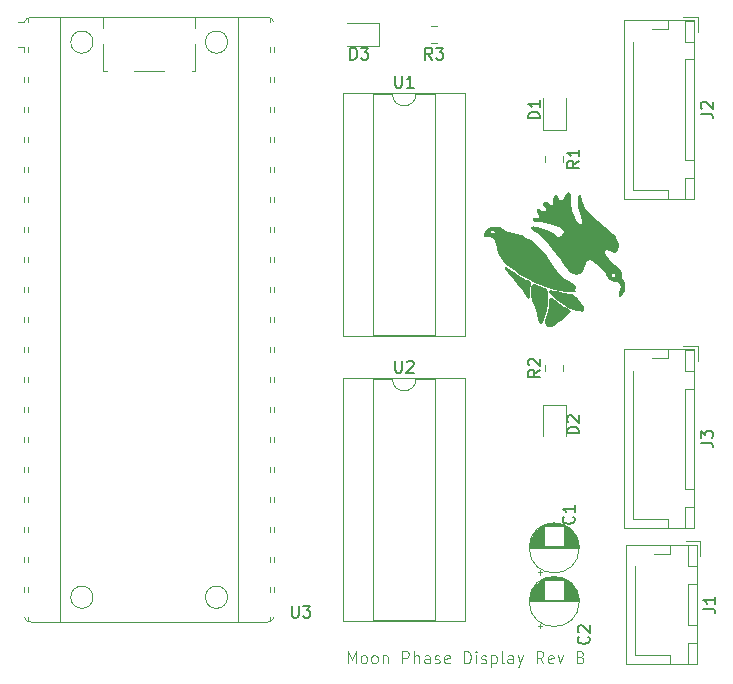
<source format=gbr>
%TF.GenerationSoftware,KiCad,Pcbnew,8.0.4*%
%TF.CreationDate,2024-08-20T16:06:33-07:00*%
%TF.ProjectId,MoonPhase,4d6f6f6e-5068-4617-9365-2e6b69636164,rev?*%
%TF.SameCoordinates,Original*%
%TF.FileFunction,Legend,Top*%
%TF.FilePolarity,Positive*%
%FSLAX46Y46*%
G04 Gerber Fmt 4.6, Leading zero omitted, Abs format (unit mm)*
G04 Created by KiCad (PCBNEW 8.0.4) date 2024-08-20 16:06:33*
%MOMM*%
%LPD*%
G01*
G04 APERTURE LIST*
%ADD10C,0.100000*%
%ADD11C,0.150000*%
%ADD12C,0.120000*%
%ADD13C,0.000000*%
G04 APERTURE END LIST*
D10*
X150163884Y-116712419D02*
X150163884Y-115712419D01*
X150163884Y-115712419D02*
X150497217Y-116426704D01*
X150497217Y-116426704D02*
X150830550Y-115712419D01*
X150830550Y-115712419D02*
X150830550Y-116712419D01*
X151449598Y-116712419D02*
X151354360Y-116664800D01*
X151354360Y-116664800D02*
X151306741Y-116617180D01*
X151306741Y-116617180D02*
X151259122Y-116521942D01*
X151259122Y-116521942D02*
X151259122Y-116236228D01*
X151259122Y-116236228D02*
X151306741Y-116140990D01*
X151306741Y-116140990D02*
X151354360Y-116093371D01*
X151354360Y-116093371D02*
X151449598Y-116045752D01*
X151449598Y-116045752D02*
X151592455Y-116045752D01*
X151592455Y-116045752D02*
X151687693Y-116093371D01*
X151687693Y-116093371D02*
X151735312Y-116140990D01*
X151735312Y-116140990D02*
X151782931Y-116236228D01*
X151782931Y-116236228D02*
X151782931Y-116521942D01*
X151782931Y-116521942D02*
X151735312Y-116617180D01*
X151735312Y-116617180D02*
X151687693Y-116664800D01*
X151687693Y-116664800D02*
X151592455Y-116712419D01*
X151592455Y-116712419D02*
X151449598Y-116712419D01*
X152354360Y-116712419D02*
X152259122Y-116664800D01*
X152259122Y-116664800D02*
X152211503Y-116617180D01*
X152211503Y-116617180D02*
X152163884Y-116521942D01*
X152163884Y-116521942D02*
X152163884Y-116236228D01*
X152163884Y-116236228D02*
X152211503Y-116140990D01*
X152211503Y-116140990D02*
X152259122Y-116093371D01*
X152259122Y-116093371D02*
X152354360Y-116045752D01*
X152354360Y-116045752D02*
X152497217Y-116045752D01*
X152497217Y-116045752D02*
X152592455Y-116093371D01*
X152592455Y-116093371D02*
X152640074Y-116140990D01*
X152640074Y-116140990D02*
X152687693Y-116236228D01*
X152687693Y-116236228D02*
X152687693Y-116521942D01*
X152687693Y-116521942D02*
X152640074Y-116617180D01*
X152640074Y-116617180D02*
X152592455Y-116664800D01*
X152592455Y-116664800D02*
X152497217Y-116712419D01*
X152497217Y-116712419D02*
X152354360Y-116712419D01*
X153116265Y-116045752D02*
X153116265Y-116712419D01*
X153116265Y-116140990D02*
X153163884Y-116093371D01*
X153163884Y-116093371D02*
X153259122Y-116045752D01*
X153259122Y-116045752D02*
X153401979Y-116045752D01*
X153401979Y-116045752D02*
X153497217Y-116093371D01*
X153497217Y-116093371D02*
X153544836Y-116188609D01*
X153544836Y-116188609D02*
X153544836Y-116712419D01*
X154782932Y-116712419D02*
X154782932Y-115712419D01*
X154782932Y-115712419D02*
X155163884Y-115712419D01*
X155163884Y-115712419D02*
X155259122Y-115760038D01*
X155259122Y-115760038D02*
X155306741Y-115807657D01*
X155306741Y-115807657D02*
X155354360Y-115902895D01*
X155354360Y-115902895D02*
X155354360Y-116045752D01*
X155354360Y-116045752D02*
X155306741Y-116140990D01*
X155306741Y-116140990D02*
X155259122Y-116188609D01*
X155259122Y-116188609D02*
X155163884Y-116236228D01*
X155163884Y-116236228D02*
X154782932Y-116236228D01*
X155782932Y-116712419D02*
X155782932Y-115712419D01*
X156211503Y-116712419D02*
X156211503Y-116188609D01*
X156211503Y-116188609D02*
X156163884Y-116093371D01*
X156163884Y-116093371D02*
X156068646Y-116045752D01*
X156068646Y-116045752D02*
X155925789Y-116045752D01*
X155925789Y-116045752D02*
X155830551Y-116093371D01*
X155830551Y-116093371D02*
X155782932Y-116140990D01*
X157116265Y-116712419D02*
X157116265Y-116188609D01*
X157116265Y-116188609D02*
X157068646Y-116093371D01*
X157068646Y-116093371D02*
X156973408Y-116045752D01*
X156973408Y-116045752D02*
X156782932Y-116045752D01*
X156782932Y-116045752D02*
X156687694Y-116093371D01*
X157116265Y-116664800D02*
X157021027Y-116712419D01*
X157021027Y-116712419D02*
X156782932Y-116712419D01*
X156782932Y-116712419D02*
X156687694Y-116664800D01*
X156687694Y-116664800D02*
X156640075Y-116569561D01*
X156640075Y-116569561D02*
X156640075Y-116474323D01*
X156640075Y-116474323D02*
X156687694Y-116379085D01*
X156687694Y-116379085D02*
X156782932Y-116331466D01*
X156782932Y-116331466D02*
X157021027Y-116331466D01*
X157021027Y-116331466D02*
X157116265Y-116283847D01*
X157544837Y-116664800D02*
X157640075Y-116712419D01*
X157640075Y-116712419D02*
X157830551Y-116712419D01*
X157830551Y-116712419D02*
X157925789Y-116664800D01*
X157925789Y-116664800D02*
X157973408Y-116569561D01*
X157973408Y-116569561D02*
X157973408Y-116521942D01*
X157973408Y-116521942D02*
X157925789Y-116426704D01*
X157925789Y-116426704D02*
X157830551Y-116379085D01*
X157830551Y-116379085D02*
X157687694Y-116379085D01*
X157687694Y-116379085D02*
X157592456Y-116331466D01*
X157592456Y-116331466D02*
X157544837Y-116236228D01*
X157544837Y-116236228D02*
X157544837Y-116188609D01*
X157544837Y-116188609D02*
X157592456Y-116093371D01*
X157592456Y-116093371D02*
X157687694Y-116045752D01*
X157687694Y-116045752D02*
X157830551Y-116045752D01*
X157830551Y-116045752D02*
X157925789Y-116093371D01*
X158782932Y-116664800D02*
X158687694Y-116712419D01*
X158687694Y-116712419D02*
X158497218Y-116712419D01*
X158497218Y-116712419D02*
X158401980Y-116664800D01*
X158401980Y-116664800D02*
X158354361Y-116569561D01*
X158354361Y-116569561D02*
X158354361Y-116188609D01*
X158354361Y-116188609D02*
X158401980Y-116093371D01*
X158401980Y-116093371D02*
X158497218Y-116045752D01*
X158497218Y-116045752D02*
X158687694Y-116045752D01*
X158687694Y-116045752D02*
X158782932Y-116093371D01*
X158782932Y-116093371D02*
X158830551Y-116188609D01*
X158830551Y-116188609D02*
X158830551Y-116283847D01*
X158830551Y-116283847D02*
X158354361Y-116379085D01*
X160021028Y-116712419D02*
X160021028Y-115712419D01*
X160021028Y-115712419D02*
X160259123Y-115712419D01*
X160259123Y-115712419D02*
X160401980Y-115760038D01*
X160401980Y-115760038D02*
X160497218Y-115855276D01*
X160497218Y-115855276D02*
X160544837Y-115950514D01*
X160544837Y-115950514D02*
X160592456Y-116140990D01*
X160592456Y-116140990D02*
X160592456Y-116283847D01*
X160592456Y-116283847D02*
X160544837Y-116474323D01*
X160544837Y-116474323D02*
X160497218Y-116569561D01*
X160497218Y-116569561D02*
X160401980Y-116664800D01*
X160401980Y-116664800D02*
X160259123Y-116712419D01*
X160259123Y-116712419D02*
X160021028Y-116712419D01*
X161021028Y-116712419D02*
X161021028Y-116045752D01*
X161021028Y-115712419D02*
X160973409Y-115760038D01*
X160973409Y-115760038D02*
X161021028Y-115807657D01*
X161021028Y-115807657D02*
X161068647Y-115760038D01*
X161068647Y-115760038D02*
X161021028Y-115712419D01*
X161021028Y-115712419D02*
X161021028Y-115807657D01*
X161449599Y-116664800D02*
X161544837Y-116712419D01*
X161544837Y-116712419D02*
X161735313Y-116712419D01*
X161735313Y-116712419D02*
X161830551Y-116664800D01*
X161830551Y-116664800D02*
X161878170Y-116569561D01*
X161878170Y-116569561D02*
X161878170Y-116521942D01*
X161878170Y-116521942D02*
X161830551Y-116426704D01*
X161830551Y-116426704D02*
X161735313Y-116379085D01*
X161735313Y-116379085D02*
X161592456Y-116379085D01*
X161592456Y-116379085D02*
X161497218Y-116331466D01*
X161497218Y-116331466D02*
X161449599Y-116236228D01*
X161449599Y-116236228D02*
X161449599Y-116188609D01*
X161449599Y-116188609D02*
X161497218Y-116093371D01*
X161497218Y-116093371D02*
X161592456Y-116045752D01*
X161592456Y-116045752D02*
X161735313Y-116045752D01*
X161735313Y-116045752D02*
X161830551Y-116093371D01*
X162306742Y-116045752D02*
X162306742Y-117045752D01*
X162306742Y-116093371D02*
X162401980Y-116045752D01*
X162401980Y-116045752D02*
X162592456Y-116045752D01*
X162592456Y-116045752D02*
X162687694Y-116093371D01*
X162687694Y-116093371D02*
X162735313Y-116140990D01*
X162735313Y-116140990D02*
X162782932Y-116236228D01*
X162782932Y-116236228D02*
X162782932Y-116521942D01*
X162782932Y-116521942D02*
X162735313Y-116617180D01*
X162735313Y-116617180D02*
X162687694Y-116664800D01*
X162687694Y-116664800D02*
X162592456Y-116712419D01*
X162592456Y-116712419D02*
X162401980Y-116712419D01*
X162401980Y-116712419D02*
X162306742Y-116664800D01*
X163354361Y-116712419D02*
X163259123Y-116664800D01*
X163259123Y-116664800D02*
X163211504Y-116569561D01*
X163211504Y-116569561D02*
X163211504Y-115712419D01*
X164163885Y-116712419D02*
X164163885Y-116188609D01*
X164163885Y-116188609D02*
X164116266Y-116093371D01*
X164116266Y-116093371D02*
X164021028Y-116045752D01*
X164021028Y-116045752D02*
X163830552Y-116045752D01*
X163830552Y-116045752D02*
X163735314Y-116093371D01*
X164163885Y-116664800D02*
X164068647Y-116712419D01*
X164068647Y-116712419D02*
X163830552Y-116712419D01*
X163830552Y-116712419D02*
X163735314Y-116664800D01*
X163735314Y-116664800D02*
X163687695Y-116569561D01*
X163687695Y-116569561D02*
X163687695Y-116474323D01*
X163687695Y-116474323D02*
X163735314Y-116379085D01*
X163735314Y-116379085D02*
X163830552Y-116331466D01*
X163830552Y-116331466D02*
X164068647Y-116331466D01*
X164068647Y-116331466D02*
X164163885Y-116283847D01*
X164544838Y-116045752D02*
X164782933Y-116712419D01*
X165021028Y-116045752D02*
X164782933Y-116712419D01*
X164782933Y-116712419D02*
X164687695Y-116950514D01*
X164687695Y-116950514D02*
X164640076Y-116998133D01*
X164640076Y-116998133D02*
X164544838Y-117045752D01*
X166735314Y-116712419D02*
X166401981Y-116236228D01*
X166163886Y-116712419D02*
X166163886Y-115712419D01*
X166163886Y-115712419D02*
X166544838Y-115712419D01*
X166544838Y-115712419D02*
X166640076Y-115760038D01*
X166640076Y-115760038D02*
X166687695Y-115807657D01*
X166687695Y-115807657D02*
X166735314Y-115902895D01*
X166735314Y-115902895D02*
X166735314Y-116045752D01*
X166735314Y-116045752D02*
X166687695Y-116140990D01*
X166687695Y-116140990D02*
X166640076Y-116188609D01*
X166640076Y-116188609D02*
X166544838Y-116236228D01*
X166544838Y-116236228D02*
X166163886Y-116236228D01*
X167544838Y-116664800D02*
X167449600Y-116712419D01*
X167449600Y-116712419D02*
X167259124Y-116712419D01*
X167259124Y-116712419D02*
X167163886Y-116664800D01*
X167163886Y-116664800D02*
X167116267Y-116569561D01*
X167116267Y-116569561D02*
X167116267Y-116188609D01*
X167116267Y-116188609D02*
X167163886Y-116093371D01*
X167163886Y-116093371D02*
X167259124Y-116045752D01*
X167259124Y-116045752D02*
X167449600Y-116045752D01*
X167449600Y-116045752D02*
X167544838Y-116093371D01*
X167544838Y-116093371D02*
X167592457Y-116188609D01*
X167592457Y-116188609D02*
X167592457Y-116283847D01*
X167592457Y-116283847D02*
X167116267Y-116379085D01*
X167925791Y-116045752D02*
X168163886Y-116712419D01*
X168163886Y-116712419D02*
X168401981Y-116045752D01*
X169878172Y-116188609D02*
X170021029Y-116236228D01*
X170021029Y-116236228D02*
X170068648Y-116283847D01*
X170068648Y-116283847D02*
X170116267Y-116379085D01*
X170116267Y-116379085D02*
X170116267Y-116521942D01*
X170116267Y-116521942D02*
X170068648Y-116617180D01*
X170068648Y-116617180D02*
X170021029Y-116664800D01*
X170021029Y-116664800D02*
X169925791Y-116712419D01*
X169925791Y-116712419D02*
X169544839Y-116712419D01*
X169544839Y-116712419D02*
X169544839Y-115712419D01*
X169544839Y-115712419D02*
X169878172Y-115712419D01*
X169878172Y-115712419D02*
X169973410Y-115760038D01*
X169973410Y-115760038D02*
X170021029Y-115807657D01*
X170021029Y-115807657D02*
X170068648Y-115902895D01*
X170068648Y-115902895D02*
X170068648Y-115998133D01*
X170068648Y-115998133D02*
X170021029Y-116093371D01*
X170021029Y-116093371D02*
X169973410Y-116140990D01*
X169973410Y-116140990D02*
X169878172Y-116188609D01*
X169878172Y-116188609D02*
X169544839Y-116188609D01*
D11*
X170539580Y-114466666D02*
X170587200Y-114514285D01*
X170587200Y-114514285D02*
X170634819Y-114657142D01*
X170634819Y-114657142D02*
X170634819Y-114752380D01*
X170634819Y-114752380D02*
X170587200Y-114895237D01*
X170587200Y-114895237D02*
X170491961Y-114990475D01*
X170491961Y-114990475D02*
X170396723Y-115038094D01*
X170396723Y-115038094D02*
X170206247Y-115085713D01*
X170206247Y-115085713D02*
X170063390Y-115085713D01*
X170063390Y-115085713D02*
X169872914Y-115038094D01*
X169872914Y-115038094D02*
X169777676Y-114990475D01*
X169777676Y-114990475D02*
X169682438Y-114895237D01*
X169682438Y-114895237D02*
X169634819Y-114752380D01*
X169634819Y-114752380D02*
X169634819Y-114657142D01*
X169634819Y-114657142D02*
X169682438Y-114514285D01*
X169682438Y-114514285D02*
X169730057Y-114466666D01*
X169730057Y-114085713D02*
X169682438Y-114038094D01*
X169682438Y-114038094D02*
X169634819Y-113942856D01*
X169634819Y-113942856D02*
X169634819Y-113704761D01*
X169634819Y-113704761D02*
X169682438Y-113609523D01*
X169682438Y-113609523D02*
X169730057Y-113561904D01*
X169730057Y-113561904D02*
X169825295Y-113514285D01*
X169825295Y-113514285D02*
X169920533Y-113514285D01*
X169920533Y-113514285D02*
X170063390Y-113561904D01*
X170063390Y-113561904D02*
X170634819Y-114133332D01*
X170634819Y-114133332D02*
X170634819Y-113514285D01*
X169269580Y-104306666D02*
X169317200Y-104354285D01*
X169317200Y-104354285D02*
X169364819Y-104497142D01*
X169364819Y-104497142D02*
X169364819Y-104592380D01*
X169364819Y-104592380D02*
X169317200Y-104735237D01*
X169317200Y-104735237D02*
X169221961Y-104830475D01*
X169221961Y-104830475D02*
X169126723Y-104878094D01*
X169126723Y-104878094D02*
X168936247Y-104925713D01*
X168936247Y-104925713D02*
X168793390Y-104925713D01*
X168793390Y-104925713D02*
X168602914Y-104878094D01*
X168602914Y-104878094D02*
X168507676Y-104830475D01*
X168507676Y-104830475D02*
X168412438Y-104735237D01*
X168412438Y-104735237D02*
X168364819Y-104592380D01*
X168364819Y-104592380D02*
X168364819Y-104497142D01*
X168364819Y-104497142D02*
X168412438Y-104354285D01*
X168412438Y-104354285D02*
X168460057Y-104306666D01*
X169364819Y-103354285D02*
X169364819Y-103925713D01*
X169364819Y-103639999D02*
X168364819Y-103639999D01*
X168364819Y-103639999D02*
X168507676Y-103735237D01*
X168507676Y-103735237D02*
X168602914Y-103830475D01*
X168602914Y-103830475D02*
X168650533Y-103925713D01*
X180059819Y-98043333D02*
X180774104Y-98043333D01*
X180774104Y-98043333D02*
X180916961Y-98090952D01*
X180916961Y-98090952D02*
X181012200Y-98186190D01*
X181012200Y-98186190D02*
X181059819Y-98329047D01*
X181059819Y-98329047D02*
X181059819Y-98424285D01*
X180059819Y-97662380D02*
X180059819Y-97043333D01*
X180059819Y-97043333D02*
X180440771Y-97376666D01*
X180440771Y-97376666D02*
X180440771Y-97233809D01*
X180440771Y-97233809D02*
X180488390Y-97138571D01*
X180488390Y-97138571D02*
X180536009Y-97090952D01*
X180536009Y-97090952D02*
X180631247Y-97043333D01*
X180631247Y-97043333D02*
X180869342Y-97043333D01*
X180869342Y-97043333D02*
X180964580Y-97090952D01*
X180964580Y-97090952D02*
X181012200Y-97138571D01*
X181012200Y-97138571D02*
X181059819Y-97233809D01*
X181059819Y-97233809D02*
X181059819Y-97519523D01*
X181059819Y-97519523D02*
X181012200Y-97614761D01*
X181012200Y-97614761D02*
X180964580Y-97662380D01*
X145434279Y-111849819D02*
X145434279Y-112659342D01*
X145434279Y-112659342D02*
X145481898Y-112754580D01*
X145481898Y-112754580D02*
X145529517Y-112802200D01*
X145529517Y-112802200D02*
X145624755Y-112849819D01*
X145624755Y-112849819D02*
X145815231Y-112849819D01*
X145815231Y-112849819D02*
X145910469Y-112802200D01*
X145910469Y-112802200D02*
X145958088Y-112754580D01*
X145958088Y-112754580D02*
X146005707Y-112659342D01*
X146005707Y-112659342D02*
X146005707Y-111849819D01*
X146386660Y-111849819D02*
X147005707Y-111849819D01*
X147005707Y-111849819D02*
X146672374Y-112230771D01*
X146672374Y-112230771D02*
X146815231Y-112230771D01*
X146815231Y-112230771D02*
X146910469Y-112278390D01*
X146910469Y-112278390D02*
X146958088Y-112326009D01*
X146958088Y-112326009D02*
X147005707Y-112421247D01*
X147005707Y-112421247D02*
X147005707Y-112659342D01*
X147005707Y-112659342D02*
X146958088Y-112754580D01*
X146958088Y-112754580D02*
X146910469Y-112802200D01*
X146910469Y-112802200D02*
X146815231Y-112849819D01*
X146815231Y-112849819D02*
X146529517Y-112849819D01*
X146529517Y-112849819D02*
X146434279Y-112802200D01*
X146434279Y-112802200D02*
X146386660Y-112754580D01*
X166444819Y-91876666D02*
X165968628Y-92209999D01*
X166444819Y-92448094D02*
X165444819Y-92448094D01*
X165444819Y-92448094D02*
X165444819Y-92067142D01*
X165444819Y-92067142D02*
X165492438Y-91971904D01*
X165492438Y-91971904D02*
X165540057Y-91924285D01*
X165540057Y-91924285D02*
X165635295Y-91876666D01*
X165635295Y-91876666D02*
X165778152Y-91876666D01*
X165778152Y-91876666D02*
X165873390Y-91924285D01*
X165873390Y-91924285D02*
X165921009Y-91971904D01*
X165921009Y-91971904D02*
X165968628Y-92067142D01*
X165968628Y-92067142D02*
X165968628Y-92448094D01*
X165540057Y-91495713D02*
X165492438Y-91448094D01*
X165492438Y-91448094D02*
X165444819Y-91352856D01*
X165444819Y-91352856D02*
X165444819Y-91114761D01*
X165444819Y-91114761D02*
X165492438Y-91019523D01*
X165492438Y-91019523D02*
X165540057Y-90971904D01*
X165540057Y-90971904D02*
X165635295Y-90924285D01*
X165635295Y-90924285D02*
X165730533Y-90924285D01*
X165730533Y-90924285D02*
X165873390Y-90971904D01*
X165873390Y-90971904D02*
X166444819Y-91543332D01*
X166444819Y-91543332D02*
X166444819Y-90924285D01*
X180059819Y-70183333D02*
X180774104Y-70183333D01*
X180774104Y-70183333D02*
X180916961Y-70230952D01*
X180916961Y-70230952D02*
X181012200Y-70326190D01*
X181012200Y-70326190D02*
X181059819Y-70469047D01*
X181059819Y-70469047D02*
X181059819Y-70564285D01*
X180155057Y-69754761D02*
X180107438Y-69707142D01*
X180107438Y-69707142D02*
X180059819Y-69611904D01*
X180059819Y-69611904D02*
X180059819Y-69373809D01*
X180059819Y-69373809D02*
X180107438Y-69278571D01*
X180107438Y-69278571D02*
X180155057Y-69230952D01*
X180155057Y-69230952D02*
X180250295Y-69183333D01*
X180250295Y-69183333D02*
X180345533Y-69183333D01*
X180345533Y-69183333D02*
X180488390Y-69230952D01*
X180488390Y-69230952D02*
X181059819Y-69802380D01*
X181059819Y-69802380D02*
X181059819Y-69183333D01*
X154178095Y-91104819D02*
X154178095Y-91914342D01*
X154178095Y-91914342D02*
X154225714Y-92009580D01*
X154225714Y-92009580D02*
X154273333Y-92057200D01*
X154273333Y-92057200D02*
X154368571Y-92104819D01*
X154368571Y-92104819D02*
X154559047Y-92104819D01*
X154559047Y-92104819D02*
X154654285Y-92057200D01*
X154654285Y-92057200D02*
X154701904Y-92009580D01*
X154701904Y-92009580D02*
X154749523Y-91914342D01*
X154749523Y-91914342D02*
X154749523Y-91104819D01*
X155178095Y-91200057D02*
X155225714Y-91152438D01*
X155225714Y-91152438D02*
X155320952Y-91104819D01*
X155320952Y-91104819D02*
X155559047Y-91104819D01*
X155559047Y-91104819D02*
X155654285Y-91152438D01*
X155654285Y-91152438D02*
X155701904Y-91200057D01*
X155701904Y-91200057D02*
X155749523Y-91295295D01*
X155749523Y-91295295D02*
X155749523Y-91390533D01*
X155749523Y-91390533D02*
X155701904Y-91533390D01*
X155701904Y-91533390D02*
X155130476Y-92104819D01*
X155130476Y-92104819D02*
X155749523Y-92104819D01*
X154178095Y-66974819D02*
X154178095Y-67784342D01*
X154178095Y-67784342D02*
X154225714Y-67879580D01*
X154225714Y-67879580D02*
X154273333Y-67927200D01*
X154273333Y-67927200D02*
X154368571Y-67974819D01*
X154368571Y-67974819D02*
X154559047Y-67974819D01*
X154559047Y-67974819D02*
X154654285Y-67927200D01*
X154654285Y-67927200D02*
X154701904Y-67879580D01*
X154701904Y-67879580D02*
X154749523Y-67784342D01*
X154749523Y-67784342D02*
X154749523Y-66974819D01*
X155749523Y-67974819D02*
X155178095Y-67974819D01*
X155463809Y-67974819D02*
X155463809Y-66974819D01*
X155463809Y-66974819D02*
X155368571Y-67117676D01*
X155368571Y-67117676D02*
X155273333Y-67212914D01*
X155273333Y-67212914D02*
X155178095Y-67260533D01*
X169744819Y-97258094D02*
X168744819Y-97258094D01*
X168744819Y-97258094D02*
X168744819Y-97019999D01*
X168744819Y-97019999D02*
X168792438Y-96877142D01*
X168792438Y-96877142D02*
X168887676Y-96781904D01*
X168887676Y-96781904D02*
X168982914Y-96734285D01*
X168982914Y-96734285D02*
X169173390Y-96686666D01*
X169173390Y-96686666D02*
X169316247Y-96686666D01*
X169316247Y-96686666D02*
X169506723Y-96734285D01*
X169506723Y-96734285D02*
X169601961Y-96781904D01*
X169601961Y-96781904D02*
X169697200Y-96877142D01*
X169697200Y-96877142D02*
X169744819Y-97019999D01*
X169744819Y-97019999D02*
X169744819Y-97258094D01*
X168840057Y-96305713D02*
X168792438Y-96258094D01*
X168792438Y-96258094D02*
X168744819Y-96162856D01*
X168744819Y-96162856D02*
X168744819Y-95924761D01*
X168744819Y-95924761D02*
X168792438Y-95829523D01*
X168792438Y-95829523D02*
X168840057Y-95781904D01*
X168840057Y-95781904D02*
X168935295Y-95734285D01*
X168935295Y-95734285D02*
X169030533Y-95734285D01*
X169030533Y-95734285D02*
X169173390Y-95781904D01*
X169173390Y-95781904D02*
X169744819Y-96353332D01*
X169744819Y-96353332D02*
X169744819Y-95734285D01*
X150391905Y-65604819D02*
X150391905Y-64604819D01*
X150391905Y-64604819D02*
X150630000Y-64604819D01*
X150630000Y-64604819D02*
X150772857Y-64652438D01*
X150772857Y-64652438D02*
X150868095Y-64747676D01*
X150868095Y-64747676D02*
X150915714Y-64842914D01*
X150915714Y-64842914D02*
X150963333Y-65033390D01*
X150963333Y-65033390D02*
X150963333Y-65176247D01*
X150963333Y-65176247D02*
X150915714Y-65366723D01*
X150915714Y-65366723D02*
X150868095Y-65461961D01*
X150868095Y-65461961D02*
X150772857Y-65557200D01*
X150772857Y-65557200D02*
X150630000Y-65604819D01*
X150630000Y-65604819D02*
X150391905Y-65604819D01*
X151296667Y-64604819D02*
X151915714Y-64604819D01*
X151915714Y-64604819D02*
X151582381Y-64985771D01*
X151582381Y-64985771D02*
X151725238Y-64985771D01*
X151725238Y-64985771D02*
X151820476Y-65033390D01*
X151820476Y-65033390D02*
X151868095Y-65081009D01*
X151868095Y-65081009D02*
X151915714Y-65176247D01*
X151915714Y-65176247D02*
X151915714Y-65414342D01*
X151915714Y-65414342D02*
X151868095Y-65509580D01*
X151868095Y-65509580D02*
X151820476Y-65557200D01*
X151820476Y-65557200D02*
X151725238Y-65604819D01*
X151725238Y-65604819D02*
X151439524Y-65604819D01*
X151439524Y-65604819D02*
X151344286Y-65557200D01*
X151344286Y-65557200D02*
X151296667Y-65509580D01*
X166444819Y-70588094D02*
X165444819Y-70588094D01*
X165444819Y-70588094D02*
X165444819Y-70349999D01*
X165444819Y-70349999D02*
X165492438Y-70207142D01*
X165492438Y-70207142D02*
X165587676Y-70111904D01*
X165587676Y-70111904D02*
X165682914Y-70064285D01*
X165682914Y-70064285D02*
X165873390Y-70016666D01*
X165873390Y-70016666D02*
X166016247Y-70016666D01*
X166016247Y-70016666D02*
X166206723Y-70064285D01*
X166206723Y-70064285D02*
X166301961Y-70111904D01*
X166301961Y-70111904D02*
X166397200Y-70207142D01*
X166397200Y-70207142D02*
X166444819Y-70349999D01*
X166444819Y-70349999D02*
X166444819Y-70588094D01*
X166444819Y-69064285D02*
X166444819Y-69635713D01*
X166444819Y-69349999D02*
X165444819Y-69349999D01*
X165444819Y-69349999D02*
X165587676Y-69445237D01*
X165587676Y-69445237D02*
X165682914Y-69540475D01*
X165682914Y-69540475D02*
X165730533Y-69635713D01*
X169744819Y-74184166D02*
X169268628Y-74517499D01*
X169744819Y-74755594D02*
X168744819Y-74755594D01*
X168744819Y-74755594D02*
X168744819Y-74374642D01*
X168744819Y-74374642D02*
X168792438Y-74279404D01*
X168792438Y-74279404D02*
X168840057Y-74231785D01*
X168840057Y-74231785D02*
X168935295Y-74184166D01*
X168935295Y-74184166D02*
X169078152Y-74184166D01*
X169078152Y-74184166D02*
X169173390Y-74231785D01*
X169173390Y-74231785D02*
X169221009Y-74279404D01*
X169221009Y-74279404D02*
X169268628Y-74374642D01*
X169268628Y-74374642D02*
X169268628Y-74755594D01*
X169744819Y-73231785D02*
X169744819Y-73803213D01*
X169744819Y-73517499D02*
X168744819Y-73517499D01*
X168744819Y-73517499D02*
X168887676Y-73612737D01*
X168887676Y-73612737D02*
X168982914Y-73707975D01*
X168982914Y-73707975D02*
X169030533Y-73803213D01*
X180264819Y-112093333D02*
X180979104Y-112093333D01*
X180979104Y-112093333D02*
X181121961Y-112140952D01*
X181121961Y-112140952D02*
X181217200Y-112236190D01*
X181217200Y-112236190D02*
X181264819Y-112379047D01*
X181264819Y-112379047D02*
X181264819Y-112474285D01*
X181264819Y-111093333D02*
X181264819Y-111664761D01*
X181264819Y-111379047D02*
X180264819Y-111379047D01*
X180264819Y-111379047D02*
X180407676Y-111474285D01*
X180407676Y-111474285D02*
X180502914Y-111569523D01*
X180502914Y-111569523D02*
X180550533Y-111664761D01*
X157313333Y-65604819D02*
X156980000Y-65128628D01*
X156741905Y-65604819D02*
X156741905Y-64604819D01*
X156741905Y-64604819D02*
X157122857Y-64604819D01*
X157122857Y-64604819D02*
X157218095Y-64652438D01*
X157218095Y-64652438D02*
X157265714Y-64700057D01*
X157265714Y-64700057D02*
X157313333Y-64795295D01*
X157313333Y-64795295D02*
X157313333Y-64938152D01*
X157313333Y-64938152D02*
X157265714Y-65033390D01*
X157265714Y-65033390D02*
X157218095Y-65081009D01*
X157218095Y-65081009D02*
X157122857Y-65128628D01*
X157122857Y-65128628D02*
X156741905Y-65128628D01*
X157646667Y-64604819D02*
X158265714Y-64604819D01*
X158265714Y-64604819D02*
X157932381Y-64985771D01*
X157932381Y-64985771D02*
X158075238Y-64985771D01*
X158075238Y-64985771D02*
X158170476Y-65033390D01*
X158170476Y-65033390D02*
X158218095Y-65081009D01*
X158218095Y-65081009D02*
X158265714Y-65176247D01*
X158265714Y-65176247D02*
X158265714Y-65414342D01*
X158265714Y-65414342D02*
X158218095Y-65509580D01*
X158218095Y-65509580D02*
X158170476Y-65557200D01*
X158170476Y-65557200D02*
X158075238Y-65604819D01*
X158075238Y-65604819D02*
X157789524Y-65604819D01*
X157789524Y-65604819D02*
X157694286Y-65557200D01*
X157694286Y-65557200D02*
X157646667Y-65509580D01*
D12*
%TO.C,C2*%
X166445000Y-113759801D02*
X166445000Y-113359801D01*
X166245000Y-113559801D02*
X166645000Y-113559801D01*
X165560000Y-111490000D02*
X169720000Y-111490000D01*
X165560000Y-111450000D02*
X169720000Y-111450000D01*
X165561000Y-111410000D02*
X169719000Y-111410000D01*
X165563000Y-111370000D02*
X169717000Y-111370000D01*
X165566000Y-111330000D02*
X169714000Y-111330000D01*
X165569000Y-111290000D02*
X166800000Y-111290000D01*
X168480000Y-111290000D02*
X169711000Y-111290000D01*
X165573000Y-111250000D02*
X166800000Y-111250000D01*
X168480000Y-111250000D02*
X169707000Y-111250000D01*
X165578000Y-111210000D02*
X166800000Y-111210000D01*
X168480000Y-111210000D02*
X169702000Y-111210000D01*
X165584000Y-111170000D02*
X166800000Y-111170000D01*
X168480000Y-111170000D02*
X169696000Y-111170000D01*
X165590000Y-111130000D02*
X166800000Y-111130000D01*
X168480000Y-111130000D02*
X169690000Y-111130000D01*
X165598000Y-111090000D02*
X166800000Y-111090000D01*
X168480000Y-111090000D02*
X169682000Y-111090000D01*
X165606000Y-111050000D02*
X166800000Y-111050000D01*
X168480000Y-111050000D02*
X169674000Y-111050000D01*
X165615000Y-111010000D02*
X166800000Y-111010000D01*
X168480000Y-111010000D02*
X169665000Y-111010000D01*
X165624000Y-110970000D02*
X166800000Y-110970000D01*
X168480000Y-110970000D02*
X169656000Y-110970000D01*
X165635000Y-110930000D02*
X166800000Y-110930000D01*
X168480000Y-110930000D02*
X169645000Y-110930000D01*
X165646000Y-110890000D02*
X166800000Y-110890000D01*
X168480000Y-110890000D02*
X169634000Y-110890000D01*
X165658000Y-110850000D02*
X166800000Y-110850000D01*
X168480000Y-110850000D02*
X169622000Y-110850000D01*
X165672000Y-110810000D02*
X166800000Y-110810000D01*
X168480000Y-110810000D02*
X169608000Y-110810000D01*
X165686000Y-110769000D02*
X166800000Y-110769000D01*
X168480000Y-110769000D02*
X169594000Y-110769000D01*
X165700000Y-110729000D02*
X166800000Y-110729000D01*
X168480000Y-110729000D02*
X169580000Y-110729000D01*
X165716000Y-110689000D02*
X166800000Y-110689000D01*
X168480000Y-110689000D02*
X169564000Y-110689000D01*
X165733000Y-110649000D02*
X166800000Y-110649000D01*
X168480000Y-110649000D02*
X169547000Y-110649000D01*
X165751000Y-110609000D02*
X166800000Y-110609000D01*
X168480000Y-110609000D02*
X169529000Y-110609000D01*
X165770000Y-110569000D02*
X166800000Y-110569000D01*
X168480000Y-110569000D02*
X169510000Y-110569000D01*
X165789000Y-110529000D02*
X166800000Y-110529000D01*
X168480000Y-110529000D02*
X169491000Y-110529000D01*
X165810000Y-110489000D02*
X166800000Y-110489000D01*
X168480000Y-110489000D02*
X169470000Y-110489000D01*
X165832000Y-110449000D02*
X166800000Y-110449000D01*
X168480000Y-110449000D02*
X169448000Y-110449000D01*
X165855000Y-110409000D02*
X166800000Y-110409000D01*
X168480000Y-110409000D02*
X169425000Y-110409000D01*
X165880000Y-110369000D02*
X166800000Y-110369000D01*
X168480000Y-110369000D02*
X169400000Y-110369000D01*
X165905000Y-110329000D02*
X166800000Y-110329000D01*
X168480000Y-110329000D02*
X169375000Y-110329000D01*
X165932000Y-110289000D02*
X166800000Y-110289000D01*
X168480000Y-110289000D02*
X169348000Y-110289000D01*
X165960000Y-110249000D02*
X166800000Y-110249000D01*
X168480000Y-110249000D02*
X169320000Y-110249000D01*
X165990000Y-110209000D02*
X166800000Y-110209000D01*
X168480000Y-110209000D02*
X169290000Y-110209000D01*
X166021000Y-110169000D02*
X166800000Y-110169000D01*
X168480000Y-110169000D02*
X169259000Y-110169000D01*
X166053000Y-110129000D02*
X166800000Y-110129000D01*
X168480000Y-110129000D02*
X169227000Y-110129000D01*
X166088000Y-110089000D02*
X166800000Y-110089000D01*
X168480000Y-110089000D02*
X169192000Y-110089000D01*
X166124000Y-110049000D02*
X166800000Y-110049000D01*
X168480000Y-110049000D02*
X169156000Y-110049000D01*
X166162000Y-110009000D02*
X166800000Y-110009000D01*
X168480000Y-110009000D02*
X169118000Y-110009000D01*
X166202000Y-109969000D02*
X166800000Y-109969000D01*
X168480000Y-109969000D02*
X169078000Y-109969000D01*
X166244000Y-109929000D02*
X166800000Y-109929000D01*
X168480000Y-109929000D02*
X169036000Y-109929000D01*
X166289000Y-109889000D02*
X166800000Y-109889000D01*
X168480000Y-109889000D02*
X168991000Y-109889000D01*
X166336000Y-109849000D02*
X166800000Y-109849000D01*
X168480000Y-109849000D02*
X168944000Y-109849000D01*
X166386000Y-109809000D02*
X166800000Y-109809000D01*
X168480000Y-109809000D02*
X168894000Y-109809000D01*
X166440000Y-109769000D02*
X166800000Y-109769000D01*
X168480000Y-109769000D02*
X168840000Y-109769000D01*
X166498000Y-109729000D02*
X166800000Y-109729000D01*
X168480000Y-109729000D02*
X168782000Y-109729000D01*
X166560000Y-109689000D02*
X166800000Y-109689000D01*
X168480000Y-109689000D02*
X168720000Y-109689000D01*
X166627000Y-109649000D02*
X168653000Y-109649000D01*
X166700000Y-109609000D02*
X168580000Y-109609000D01*
X166781000Y-109569000D02*
X168499000Y-109569000D01*
X166872000Y-109529000D02*
X168408000Y-109529000D01*
X166976000Y-109489000D02*
X168304000Y-109489000D01*
X167103000Y-109449000D02*
X168177000Y-109449000D01*
X167270000Y-109409000D02*
X168010000Y-109409000D01*
X169760000Y-111490000D02*
G75*
G02*
X165520000Y-111490000I-2120000J0D01*
G01*
X165520000Y-111490000D02*
G75*
G02*
X169760000Y-111490000I2120000J0D01*
G01*
%TO.C,C1*%
X166445000Y-109219801D02*
X166445000Y-108819801D01*
X166245000Y-109019801D02*
X166645000Y-109019801D01*
X165560000Y-106950000D02*
X169720000Y-106950000D01*
X165560000Y-106910000D02*
X169720000Y-106910000D01*
X165561000Y-106870000D02*
X169719000Y-106870000D01*
X165563000Y-106830000D02*
X169717000Y-106830000D01*
X165566000Y-106790000D02*
X169714000Y-106790000D01*
X165569000Y-106750000D02*
X166800000Y-106750000D01*
X168480000Y-106750000D02*
X169711000Y-106750000D01*
X165573000Y-106710000D02*
X166800000Y-106710000D01*
X168480000Y-106710000D02*
X169707000Y-106710000D01*
X165578000Y-106670000D02*
X166800000Y-106670000D01*
X168480000Y-106670000D02*
X169702000Y-106670000D01*
X165584000Y-106630000D02*
X166800000Y-106630000D01*
X168480000Y-106630000D02*
X169696000Y-106630000D01*
X165590000Y-106590000D02*
X166800000Y-106590000D01*
X168480000Y-106590000D02*
X169690000Y-106590000D01*
X165598000Y-106550000D02*
X166800000Y-106550000D01*
X168480000Y-106550000D02*
X169682000Y-106550000D01*
X165606000Y-106510000D02*
X166800000Y-106510000D01*
X168480000Y-106510000D02*
X169674000Y-106510000D01*
X165615000Y-106470000D02*
X166800000Y-106470000D01*
X168480000Y-106470000D02*
X169665000Y-106470000D01*
X165624000Y-106430000D02*
X166800000Y-106430000D01*
X168480000Y-106430000D02*
X169656000Y-106430000D01*
X165635000Y-106390000D02*
X166800000Y-106390000D01*
X168480000Y-106390000D02*
X169645000Y-106390000D01*
X165646000Y-106350000D02*
X166800000Y-106350000D01*
X168480000Y-106350000D02*
X169634000Y-106350000D01*
X165658000Y-106310000D02*
X166800000Y-106310000D01*
X168480000Y-106310000D02*
X169622000Y-106310000D01*
X165672000Y-106270000D02*
X166800000Y-106270000D01*
X168480000Y-106270000D02*
X169608000Y-106270000D01*
X165686000Y-106229000D02*
X166800000Y-106229000D01*
X168480000Y-106229000D02*
X169594000Y-106229000D01*
X165700000Y-106189000D02*
X166800000Y-106189000D01*
X168480000Y-106189000D02*
X169580000Y-106189000D01*
X165716000Y-106149000D02*
X166800000Y-106149000D01*
X168480000Y-106149000D02*
X169564000Y-106149000D01*
X165733000Y-106109000D02*
X166800000Y-106109000D01*
X168480000Y-106109000D02*
X169547000Y-106109000D01*
X165751000Y-106069000D02*
X166800000Y-106069000D01*
X168480000Y-106069000D02*
X169529000Y-106069000D01*
X165770000Y-106029000D02*
X166800000Y-106029000D01*
X168480000Y-106029000D02*
X169510000Y-106029000D01*
X165789000Y-105989000D02*
X166800000Y-105989000D01*
X168480000Y-105989000D02*
X169491000Y-105989000D01*
X165810000Y-105949000D02*
X166800000Y-105949000D01*
X168480000Y-105949000D02*
X169470000Y-105949000D01*
X165832000Y-105909000D02*
X166800000Y-105909000D01*
X168480000Y-105909000D02*
X169448000Y-105909000D01*
X165855000Y-105869000D02*
X166800000Y-105869000D01*
X168480000Y-105869000D02*
X169425000Y-105869000D01*
X165880000Y-105829000D02*
X166800000Y-105829000D01*
X168480000Y-105829000D02*
X169400000Y-105829000D01*
X165905000Y-105789000D02*
X166800000Y-105789000D01*
X168480000Y-105789000D02*
X169375000Y-105789000D01*
X165932000Y-105749000D02*
X166800000Y-105749000D01*
X168480000Y-105749000D02*
X169348000Y-105749000D01*
X165960000Y-105709000D02*
X166800000Y-105709000D01*
X168480000Y-105709000D02*
X169320000Y-105709000D01*
X165990000Y-105669000D02*
X166800000Y-105669000D01*
X168480000Y-105669000D02*
X169290000Y-105669000D01*
X166021000Y-105629000D02*
X166800000Y-105629000D01*
X168480000Y-105629000D02*
X169259000Y-105629000D01*
X166053000Y-105589000D02*
X166800000Y-105589000D01*
X168480000Y-105589000D02*
X169227000Y-105589000D01*
X166088000Y-105549000D02*
X166800000Y-105549000D01*
X168480000Y-105549000D02*
X169192000Y-105549000D01*
X166124000Y-105509000D02*
X166800000Y-105509000D01*
X168480000Y-105509000D02*
X169156000Y-105509000D01*
X166162000Y-105469000D02*
X166800000Y-105469000D01*
X168480000Y-105469000D02*
X169118000Y-105469000D01*
X166202000Y-105429000D02*
X166800000Y-105429000D01*
X168480000Y-105429000D02*
X169078000Y-105429000D01*
X166244000Y-105389000D02*
X166800000Y-105389000D01*
X168480000Y-105389000D02*
X169036000Y-105389000D01*
X166289000Y-105349000D02*
X166800000Y-105349000D01*
X168480000Y-105349000D02*
X168991000Y-105349000D01*
X166336000Y-105309000D02*
X166800000Y-105309000D01*
X168480000Y-105309000D02*
X168944000Y-105309000D01*
X166386000Y-105269000D02*
X166800000Y-105269000D01*
X168480000Y-105269000D02*
X168894000Y-105269000D01*
X166440000Y-105229000D02*
X166800000Y-105229000D01*
X168480000Y-105229000D02*
X168840000Y-105229000D01*
X166498000Y-105189000D02*
X166800000Y-105189000D01*
X168480000Y-105189000D02*
X168782000Y-105189000D01*
X166560000Y-105149000D02*
X166800000Y-105149000D01*
X168480000Y-105149000D02*
X168720000Y-105149000D01*
X166627000Y-105109000D02*
X168653000Y-105109000D01*
X166700000Y-105069000D02*
X168580000Y-105069000D01*
X166781000Y-105029000D02*
X168499000Y-105029000D01*
X166872000Y-104989000D02*
X168408000Y-104989000D01*
X166976000Y-104949000D02*
X168304000Y-104949000D01*
X167103000Y-104909000D02*
X168177000Y-104909000D01*
X167270000Y-104869000D02*
X168010000Y-104869000D01*
X169760000Y-106950000D02*
G75*
G02*
X165520000Y-106950000I-2120000J0D01*
G01*
X165520000Y-106950000D02*
G75*
G02*
X169760000Y-106950000I2120000J0D01*
G01*
%TO.C,J3*%
X173545000Y-90150000D02*
X173545000Y-105270000D01*
X173545000Y-105270000D02*
X179515000Y-105270000D01*
X174305000Y-97710000D02*
X174305000Y-91970000D01*
X174305000Y-104510000D02*
X174305000Y-97710000D01*
X177255000Y-90160000D02*
X177255000Y-90910000D01*
X177255000Y-90910000D02*
X175915000Y-90910000D01*
X177255000Y-104510000D02*
X174305000Y-104510000D01*
X177255000Y-105260000D02*
X177255000Y-104510000D01*
X178755000Y-90160000D02*
X178755000Y-91960000D01*
X178755000Y-91960000D02*
X179505000Y-91960000D01*
X178755000Y-93460000D02*
X178755000Y-101960000D01*
X178755000Y-101960000D02*
X179505000Y-101960000D01*
X178755000Y-103460000D02*
X178755000Y-105260000D01*
X178755000Y-105260000D02*
X179505000Y-105260000D01*
X179505000Y-90160000D02*
X178755000Y-90160000D01*
X179505000Y-91960000D02*
X179505000Y-90160000D01*
X179505000Y-93460000D02*
X178755000Y-93460000D01*
X179505000Y-101960000D02*
X179505000Y-93460000D01*
X179505000Y-103460000D02*
X178755000Y-103460000D01*
X179505000Y-105260000D02*
X179505000Y-103460000D01*
X179515000Y-90150000D02*
X173545000Y-90150000D01*
X179515000Y-105270000D02*
X179515000Y-90150000D01*
X179805000Y-89860000D02*
X178555000Y-89860000D01*
X179805000Y-91110000D02*
X179805000Y-89860000D01*
%TO.C,U3*%
X122740000Y-64560000D02*
X122260000Y-64560000D01*
X122740000Y-64560000D02*
X122740000Y-64980000D01*
X122740000Y-67100000D02*
X122740000Y-67520000D01*
X122740000Y-69640000D02*
X122740000Y-70060000D01*
X122740000Y-72180000D02*
X122740000Y-72600000D01*
X122740000Y-74720000D02*
X122740000Y-75140000D01*
X122740000Y-77260000D02*
X122740000Y-77680000D01*
X122740000Y-79800000D02*
X122740000Y-80220000D01*
X122740000Y-82340000D02*
X122740000Y-82760000D01*
X122740000Y-84880000D02*
X122740000Y-85300000D01*
X122740000Y-87420000D02*
X122740000Y-87840000D01*
X122740000Y-89960000D02*
X122740000Y-90380000D01*
X122740000Y-92500000D02*
X122740000Y-92920000D01*
X122740000Y-95040000D02*
X122740000Y-95460000D01*
X122740000Y-97580000D02*
X122740000Y-98000000D01*
X122740000Y-100120000D02*
X122740000Y-100540000D01*
X122740000Y-102660000D02*
X122740000Y-103080000D01*
X122740000Y-105200000D02*
X122740000Y-105620000D01*
X122740000Y-107740000D02*
X122740000Y-108160000D01*
X122740000Y-110280000D02*
X122740000Y-110700000D01*
X122770324Y-62440063D02*
X122260000Y-62440000D01*
X123080000Y-62440063D02*
X123080000Y-62083000D01*
X123080000Y-64560000D02*
X123080000Y-64980000D01*
X123080000Y-67100000D02*
X123080000Y-67520000D01*
X123080000Y-69640000D02*
X123080000Y-70060000D01*
X123080000Y-72180000D02*
X123080000Y-72600000D01*
X123080000Y-74720000D02*
X123080000Y-75140000D01*
X123080000Y-77260000D02*
X123080000Y-77680000D01*
X123080000Y-79800000D02*
X123080000Y-80220000D01*
X123080000Y-82340000D02*
X123080000Y-82760000D01*
X123080000Y-84880000D02*
X123080000Y-85300000D01*
X123080000Y-87420000D02*
X123080000Y-87840000D01*
X123080000Y-89960000D02*
X123080000Y-90380000D01*
X123080000Y-92500000D02*
X123080000Y-92920000D01*
X123080000Y-95040000D02*
X123080000Y-95460000D01*
X123080000Y-97580000D02*
X123080000Y-98000000D01*
X123080000Y-100120000D02*
X123080000Y-100540000D01*
X123080000Y-102660000D02*
X123080000Y-103080000D01*
X123080000Y-105200000D02*
X123080000Y-105620000D01*
X123080000Y-107740000D02*
X123080000Y-108160000D01*
X123080000Y-110280000D02*
X123080000Y-110700000D01*
X123080000Y-112819937D02*
X123080000Y-113177000D01*
X123350000Y-62020000D02*
X125840000Y-62020000D01*
X123350000Y-113240000D02*
X129750000Y-113240000D01*
X125840000Y-62020000D02*
X125840000Y-62933520D01*
X125840000Y-62020000D02*
X129115000Y-62020000D01*
X125840000Y-62933520D02*
X125840000Y-65326480D01*
X125840000Y-65326480D02*
X125840000Y-109933520D01*
X125840000Y-109933520D02*
X125840000Y-112326480D01*
X125840000Y-112326480D02*
X125840000Y-113240000D01*
X129115000Y-62020000D02*
X137585000Y-62020000D01*
X129450000Y-62020000D02*
X129450000Y-62936000D01*
X129450000Y-64314800D02*
X129450000Y-66540000D01*
X129450000Y-66540000D02*
X129746090Y-66540000D01*
X132103910Y-66540000D02*
X134596090Y-66540000D01*
X136950000Y-113240000D02*
X129750000Y-113240000D01*
X136950000Y-113240000D02*
X143350000Y-113240000D01*
X136953910Y-66540000D02*
X137250000Y-66540000D01*
X137250000Y-62020000D02*
X137250000Y-62936000D01*
X137250000Y-64314800D02*
X137250000Y-66540000D01*
X137585000Y-62020000D02*
X140860000Y-62020000D01*
X140860000Y-62020000D02*
X140860000Y-62933520D01*
X140860000Y-62933520D02*
X140860000Y-65326480D01*
X140860000Y-65326480D02*
X140860000Y-109933520D01*
X140860000Y-109933520D02*
X140860000Y-112326480D01*
X140860000Y-112326480D02*
X140860000Y-113240000D01*
X143350000Y-62020000D02*
X140860000Y-62020000D01*
X143620000Y-62440063D02*
X143620000Y-62083000D01*
X143620000Y-64560000D02*
X143620000Y-64980000D01*
X143620000Y-67100000D02*
X143620000Y-67520000D01*
X143620000Y-69640000D02*
X143620000Y-70060000D01*
X143620000Y-72180000D02*
X143620000Y-72600000D01*
X143620000Y-74720000D02*
X143620000Y-75140000D01*
X143620000Y-77260000D02*
X143620000Y-77680000D01*
X143620000Y-79800000D02*
X143620000Y-80220000D01*
X143620000Y-82340000D02*
X143620000Y-82760000D01*
X143620000Y-84880000D02*
X143620000Y-85300000D01*
X143620000Y-87420000D02*
X143620000Y-87840000D01*
X143620000Y-89960000D02*
X143620000Y-90380000D01*
X143620000Y-92500000D02*
X143620000Y-92920000D01*
X143620000Y-95040000D02*
X143620000Y-95460000D01*
X143620000Y-97580000D02*
X143620000Y-98000000D01*
X143620000Y-100120000D02*
X143620000Y-100540000D01*
X143620000Y-102660000D02*
X143620000Y-103080000D01*
X143620000Y-105200000D02*
X143620000Y-105620000D01*
X143620000Y-107740000D02*
X143620000Y-108160000D01*
X143620000Y-110280000D02*
X143620000Y-110700000D01*
X143620000Y-112819937D02*
X143620000Y-113177000D01*
X143960000Y-64560000D02*
X143960000Y-64980000D01*
X143960000Y-67100000D02*
X143960000Y-67520000D01*
X143960000Y-69640000D02*
X143960000Y-70060000D01*
X143960000Y-72180000D02*
X143960000Y-72600000D01*
X143960000Y-74720000D02*
X143960000Y-75140000D01*
X143960000Y-77260000D02*
X143960000Y-77680000D01*
X143960000Y-79800000D02*
X143960000Y-80220000D01*
X143960000Y-82340000D02*
X143960000Y-82760000D01*
X143960000Y-84880000D02*
X143960000Y-85300000D01*
X143960000Y-87420000D02*
X143960000Y-87840000D01*
X143960000Y-89960000D02*
X143960000Y-90380000D01*
X143960000Y-92500000D02*
X143960000Y-92920000D01*
X143960000Y-95040000D02*
X143960000Y-95460000D01*
X143960000Y-97580000D02*
X143960000Y-98000000D01*
X143960000Y-100120000D02*
X143960000Y-100540000D01*
X143960000Y-102660000D02*
X143960000Y-103080000D01*
X143960000Y-105200000D02*
X143960000Y-105620000D01*
X143960000Y-107740000D02*
X143960000Y-108160000D01*
X143960000Y-110280000D02*
X143960000Y-110700000D01*
X122770324Y-62440063D02*
G75*
G02*
X123350000Y-62020000I579676J-189937D01*
G01*
X123350000Y-113240000D02*
G75*
G02*
X122770324Y-112819937I1J610002D01*
G01*
X143350000Y-62020000D02*
G75*
G02*
X143929676Y-62440063I0J-610000D01*
G01*
X143929676Y-112819937D02*
G75*
G02*
X143350000Y-113240069I-579676J189837D01*
G01*
X128590000Y-64130000D02*
G75*
G02*
X126710000Y-64130000I-940000J0D01*
G01*
X126710000Y-64130000D02*
G75*
G02*
X128590000Y-64130000I940000J0D01*
G01*
X128590000Y-111130000D02*
G75*
G02*
X126710000Y-111130000I-940000J0D01*
G01*
X126710000Y-111130000D02*
G75*
G02*
X128590000Y-111130000I940000J0D01*
G01*
X139990000Y-64130000D02*
G75*
G02*
X138110000Y-64130000I-940000J0D01*
G01*
X138110000Y-64130000D02*
G75*
G02*
X139990000Y-64130000I940000J0D01*
G01*
X139990000Y-111130000D02*
G75*
G02*
X138110000Y-111130000I-940000J0D01*
G01*
X138110000Y-111130000D02*
G75*
G02*
X139990000Y-111130000I940000J0D01*
G01*
%TO.C,R2*%
X166905000Y-91937064D02*
X166905000Y-91482936D01*
X168375000Y-91937064D02*
X168375000Y-91482936D01*
%TO.C,J2*%
X173545000Y-62290000D02*
X173545000Y-77410000D01*
X173545000Y-77410000D02*
X179515000Y-77410000D01*
X174305000Y-69850000D02*
X174305000Y-64110000D01*
X174305000Y-76650000D02*
X174305000Y-69850000D01*
X177255000Y-62300000D02*
X177255000Y-63050000D01*
X177255000Y-63050000D02*
X175915000Y-63050000D01*
X177255000Y-76650000D02*
X174305000Y-76650000D01*
X177255000Y-77400000D02*
X177255000Y-76650000D01*
X178755000Y-62300000D02*
X178755000Y-64100000D01*
X178755000Y-64100000D02*
X179505000Y-64100000D01*
X178755000Y-65600000D02*
X178755000Y-74100000D01*
X178755000Y-74100000D02*
X179505000Y-74100000D01*
X178755000Y-75600000D02*
X178755000Y-77400000D01*
X178755000Y-77400000D02*
X179505000Y-77400000D01*
X179505000Y-62300000D02*
X178755000Y-62300000D01*
X179505000Y-64100000D02*
X179505000Y-62300000D01*
X179505000Y-65600000D02*
X178755000Y-65600000D01*
X179505000Y-74100000D02*
X179505000Y-65600000D01*
X179505000Y-75600000D02*
X178755000Y-75600000D01*
X179505000Y-77400000D02*
X179505000Y-75600000D01*
X179515000Y-62290000D02*
X173545000Y-62290000D01*
X179515000Y-77410000D02*
X179515000Y-62290000D01*
X179805000Y-62000000D02*
X178555000Y-62000000D01*
X179805000Y-63250000D02*
X179805000Y-62000000D01*
%TO.C,U2*%
X149800000Y-92590000D02*
X149800000Y-113150000D01*
X149800000Y-113150000D02*
X160080000Y-113150000D01*
X152290000Y-92650000D02*
X152290000Y-113090000D01*
X152290000Y-113090000D02*
X157590000Y-113090000D01*
X153940000Y-92650000D02*
X152290000Y-92650000D01*
X157590000Y-92650000D02*
X155940000Y-92650000D01*
X157590000Y-113090000D02*
X157590000Y-92650000D01*
X160080000Y-92590000D02*
X149800000Y-92590000D01*
X160080000Y-113150000D02*
X160080000Y-92590000D01*
X155940000Y-92650000D02*
G75*
G02*
X153940000Y-92650000I-1000000J0D01*
G01*
%TO.C,U1*%
X149800000Y-68460000D02*
X149800000Y-89020000D01*
X149800000Y-89020000D02*
X160080000Y-89020000D01*
X152290000Y-68520000D02*
X152290000Y-88960000D01*
X152290000Y-88960000D02*
X157590000Y-88960000D01*
X153940000Y-68520000D02*
X152290000Y-68520000D01*
X157590000Y-68520000D02*
X155940000Y-68520000D01*
X157590000Y-88960000D02*
X157590000Y-68520000D01*
X160080000Y-68460000D02*
X149800000Y-68460000D01*
X160080000Y-89020000D02*
X160080000Y-68460000D01*
X155940000Y-68520000D02*
G75*
G02*
X153940000Y-68520000I-1000000J0D01*
G01*
%TO.C,D2*%
X166680000Y-94835000D02*
X166680000Y-97520000D01*
X168600000Y-94835000D02*
X166680000Y-94835000D01*
X168600000Y-97520000D02*
X168600000Y-94835000D01*
%TO.C,D3*%
X150130000Y-64460000D02*
X152815000Y-64460000D01*
X152815000Y-62540000D02*
X150130000Y-62540000D01*
X152815000Y-64460000D02*
X152815000Y-62540000D01*
%TO.C,D1*%
X166680000Y-68850000D02*
X166680000Y-71535000D01*
X166680000Y-71535000D02*
X168600000Y-71535000D01*
X168600000Y-71535000D02*
X168600000Y-68850000D01*
%TO.C,R1*%
X166905000Y-73790436D02*
X166905000Y-74244564D01*
X168375000Y-73790436D02*
X168375000Y-74244564D01*
%TO.C,J1*%
X173750000Y-106700000D02*
X173750000Y-116820000D01*
X173750000Y-116820000D02*
X179720000Y-116820000D01*
X174510000Y-111760000D02*
X174510000Y-108520000D01*
X174510000Y-116060000D02*
X174510000Y-111760000D01*
X177460000Y-106710000D02*
X177460000Y-107460000D01*
X177460000Y-107460000D02*
X176120000Y-107460000D01*
X177460000Y-116060000D02*
X174510000Y-116060000D01*
X177460000Y-116810000D02*
X177460000Y-116060000D01*
X178960000Y-106710000D02*
X178960000Y-108510000D01*
X178960000Y-108510000D02*
X179710000Y-108510000D01*
X178960000Y-110010000D02*
X178960000Y-113510000D01*
X178960000Y-113510000D02*
X179710000Y-113510000D01*
X178960000Y-115010000D02*
X178960000Y-116810000D01*
X178960000Y-116810000D02*
X179710000Y-116810000D01*
X179710000Y-106710000D02*
X178960000Y-106710000D01*
X179710000Y-108510000D02*
X179710000Y-106710000D01*
X179710000Y-110010000D02*
X178960000Y-110010000D01*
X179710000Y-113510000D02*
X179710000Y-110010000D01*
X179710000Y-115010000D02*
X178960000Y-115010000D01*
X179710000Y-116810000D02*
X179710000Y-115010000D01*
X179720000Y-106700000D02*
X173750000Y-106700000D01*
X179720000Y-116820000D02*
X179720000Y-106700000D01*
X180010000Y-106410000D02*
X178760000Y-106410000D01*
X180010000Y-107660000D02*
X180010000Y-106410000D01*
D13*
%TO.C,G\u002A\u002A\u002A*%
G36*
X167403445Y-85758211D02*
G01*
X167508273Y-85823282D01*
X167642501Y-85921469D01*
X167682617Y-85953140D01*
X168104775Y-86271916D01*
X168500713Y-86530811D01*
X168777315Y-86682751D01*
X168926383Y-86763586D01*
X169017687Y-86837382D01*
X169048407Y-86914546D01*
X169015727Y-87005486D01*
X168916829Y-87120613D01*
X168748896Y-87270334D01*
X168581161Y-87407401D01*
X168384440Y-87566025D01*
X168192666Y-87721712D01*
X168027822Y-87856553D01*
X167912054Y-87952504D01*
X167652752Y-88137014D01*
X167415079Y-88237266D01*
X167201434Y-88252523D01*
X167066871Y-88211950D01*
X166941828Y-88105077D01*
X166882266Y-87942289D01*
X166889453Y-87731750D01*
X166956516Y-87501861D01*
X167049925Y-87210756D01*
X167124921Y-86873304D01*
X167173220Y-86533308D01*
X167187098Y-86282537D01*
X167202390Y-86047873D01*
X167244581Y-85870067D01*
X167309827Y-85762109D01*
X167347939Y-85739001D01*
X167403445Y-85758211D01*
G37*
G36*
X163564604Y-83155650D02*
G01*
X163695709Y-83216862D01*
X163836782Y-83307172D01*
X164238825Y-83582753D01*
X164575741Y-83809213D01*
X164855237Y-83991508D01*
X165085018Y-84134598D01*
X165272791Y-84243437D01*
X165382585Y-84301508D01*
X165700204Y-84461458D01*
X165666025Y-84650997D01*
X165649095Y-84776588D01*
X165630748Y-84963815D01*
X165613607Y-85183692D01*
X165604048Y-85335846D01*
X165586403Y-85581181D01*
X165562846Y-85743221D01*
X165528713Y-85829379D01*
X165479340Y-85847067D01*
X165410062Y-85803696D01*
X165348340Y-85742179D01*
X165263897Y-85636788D01*
X165159296Y-85486701D01*
X165067860Y-85341864D01*
X164980111Y-85199421D01*
X164890643Y-85066083D01*
X164788234Y-84927462D01*
X164661664Y-84769171D01*
X164499711Y-84576822D01*
X164291155Y-84336027D01*
X164219689Y-84254321D01*
X163966924Y-83956836D01*
X163764997Y-83700697D01*
X163615241Y-83489202D01*
X163518990Y-83325652D01*
X163477578Y-83213344D01*
X163492338Y-83155577D01*
X163564604Y-83155650D01*
G37*
G36*
X167542784Y-85162674D02*
G01*
X167763290Y-85200701D01*
X167962742Y-85240919D01*
X168213244Y-85288768D01*
X168476360Y-85337000D01*
X168627734Y-85363704D01*
X168937230Y-85424742D01*
X169175037Y-85491878D01*
X169360141Y-85573792D01*
X169511531Y-85679165D01*
X169648193Y-85816678D01*
X169667140Y-85838881D01*
X169813754Y-86027748D01*
X169949696Y-86228820D01*
X170063544Y-86422428D01*
X170143877Y-86588904D01*
X170179271Y-86708579D01*
X170180000Y-86722007D01*
X170162171Y-86839449D01*
X170103288Y-86912950D01*
X169995259Y-86943127D01*
X169829995Y-86930594D01*
X169599401Y-86875969D01*
X169318215Y-86787589D01*
X169061349Y-86696918D01*
X168847933Y-86609384D01*
X168655126Y-86512354D01*
X168460089Y-86393196D01*
X168239983Y-86239280D01*
X167995941Y-86056297D01*
X167739403Y-85852057D01*
X167521565Y-85661928D01*
X167351173Y-85494616D01*
X167236977Y-85358827D01*
X167187724Y-85263270D01*
X167186429Y-85250627D01*
X167227030Y-85182609D01*
X167346821Y-85153205D01*
X167542784Y-85162674D01*
G37*
G36*
X166094237Y-84649256D02*
G01*
X166218819Y-84695225D01*
X166421816Y-84773690D01*
X166636439Y-84854818D01*
X166788180Y-84910806D01*
X166936539Y-84970053D01*
X167022252Y-85025715D01*
X167069974Y-85098853D01*
X167094088Y-85172119D01*
X167132506Y-85401197D01*
X167143778Y-85695947D01*
X167129820Y-86036104D01*
X167092543Y-86401407D01*
X167033861Y-86771593D01*
X166955689Y-87126397D01*
X166886947Y-87365502D01*
X166789071Y-87646849D01*
X166703228Y-87844368D01*
X166626163Y-87963645D01*
X166554619Y-88010269D01*
X166513640Y-88005947D01*
X166448631Y-87939269D01*
X166371749Y-87786602D01*
X166284490Y-87551681D01*
X166188348Y-87238241D01*
X166147791Y-87091910D01*
X166075763Y-86843806D01*
X165991263Y-86580733D01*
X165907797Y-86343805D01*
X165870109Y-86246607D01*
X165794034Y-86043019D01*
X165745759Y-85862713D01*
X165717322Y-85667175D01*
X165701332Y-85430178D01*
X165696109Y-85217528D01*
X165699798Y-85022066D01*
X165711478Y-84872683D01*
X165720719Y-84821592D01*
X165767603Y-84692522D01*
X165834640Y-84623528D01*
X165938096Y-84610481D01*
X166094237Y-84649256D01*
G37*
G36*
X162690064Y-79749209D02*
G01*
X162696072Y-79749539D01*
X163032933Y-79801826D01*
X163327807Y-79915201D01*
X163564216Y-80082930D01*
X163599782Y-80118903D01*
X163734920Y-80214838D01*
X163871925Y-80237573D01*
X164180233Y-80270202D01*
X164531382Y-80359800D01*
X164905267Y-80498008D01*
X165281783Y-80676471D01*
X165640828Y-80886833D01*
X165925857Y-81091294D01*
X166213392Y-81336580D01*
X166484902Y-81604932D01*
X166750125Y-81908359D01*
X167018805Y-82258864D01*
X167300680Y-82668455D01*
X167605493Y-83149137D01*
X167636462Y-83199697D01*
X167867574Y-83515074D01*
X168176419Y-83829679D01*
X168567488Y-84147691D01*
X168917041Y-84390678D01*
X169119846Y-84525771D01*
X169295779Y-84646821D01*
X169430630Y-84743751D01*
X169510192Y-84806487D01*
X169524546Y-84821456D01*
X169517038Y-84886666D01*
X169451706Y-84955874D01*
X169381707Y-85021197D01*
X169381651Y-85075089D01*
X169404900Y-85107823D01*
X169454875Y-85203399D01*
X169420409Y-85268563D01*
X169301024Y-85303661D01*
X169126870Y-85309989D01*
X168950230Y-85303462D01*
X168790034Y-85293660D01*
X168705893Y-85285603D01*
X168048837Y-85170107D01*
X167375308Y-84994598D01*
X166698643Y-84765642D01*
X166032176Y-84489805D01*
X165389243Y-84173651D01*
X164783180Y-83823748D01*
X164227321Y-83446660D01*
X163735003Y-83048953D01*
X163319562Y-82637193D01*
X163313941Y-82630896D01*
X163106140Y-82380460D01*
X162960628Y-82158138D01*
X162865715Y-81939547D01*
X162809710Y-81700301D01*
X162790054Y-81538169D01*
X162743308Y-81223544D01*
X162664088Y-80980551D01*
X162546734Y-80794161D01*
X162485501Y-80729880D01*
X162414083Y-80673732D01*
X162331605Y-80641169D01*
X162211762Y-80626073D01*
X162028248Y-80622322D01*
X162023145Y-80622321D01*
X161847518Y-80620817D01*
X161742982Y-80612191D01*
X161689921Y-80590271D01*
X161668715Y-80548883D01*
X161662756Y-80508928D01*
X161675398Y-80401972D01*
X161722032Y-80260281D01*
X161753471Y-80191428D01*
X161760572Y-80180201D01*
X162290991Y-80180201D01*
X162304260Y-80259464D01*
X162365312Y-80310197D01*
X162468593Y-80327123D01*
X162572181Y-80310316D01*
X162634155Y-80259848D01*
X162634534Y-80258886D01*
X162629838Y-80164453D01*
X162558653Y-80088286D01*
X162444950Y-80055417D01*
X162439630Y-80055357D01*
X162334384Y-80090447D01*
X162290991Y-80180201D01*
X161760572Y-80180201D01*
X161842826Y-80050144D01*
X161961181Y-79943671D01*
X162106429Y-79859019D01*
X162249165Y-79791378D01*
X162369159Y-79755145D01*
X162503696Y-79743396D01*
X162690064Y-79749209D01*
G37*
G36*
X168946863Y-76863089D02*
G01*
X169017940Y-76931692D01*
X169049516Y-76997670D01*
X169066295Y-77095503D01*
X169069683Y-77243983D01*
X169061089Y-77461904D01*
X169059624Y-77488247D01*
X169052360Y-77757116D01*
X169067739Y-77991025D01*
X169111476Y-78214649D01*
X169189286Y-78452662D01*
X169306883Y-78729739D01*
X169386278Y-78898750D01*
X169523036Y-79156841D01*
X169655133Y-79355567D01*
X169776160Y-79487324D01*
X169879708Y-79544509D01*
X169927828Y-79541065D01*
X169978945Y-79487147D01*
X169995588Y-79373943D01*
X169977099Y-79195842D01*
X169922817Y-78947232D01*
X169832085Y-78622502D01*
X169812212Y-78556780D01*
X169693294Y-78113337D01*
X169629000Y-77740266D01*
X169619145Y-77435656D01*
X169663541Y-77197594D01*
X169676373Y-77163839D01*
X169746144Y-77042629D01*
X169815629Y-77008839D01*
X169881367Y-77059230D01*
X169939901Y-77190563D01*
X169987771Y-77399600D01*
X169997839Y-77464834D01*
X170050083Y-77734153D01*
X170129847Y-77952238D01*
X170252654Y-78157773D01*
X170303991Y-78227755D01*
X170375806Y-78308263D01*
X170505243Y-78439294D01*
X170681985Y-78611265D01*
X170895713Y-78814588D01*
X171136111Y-79039678D01*
X171392859Y-79276950D01*
X171655641Y-79516818D01*
X171914139Y-79749696D01*
X172158034Y-79965999D01*
X172377010Y-80156140D01*
X172409908Y-80184231D01*
X172608306Y-80355675D01*
X172749411Y-80486139D01*
X172846771Y-80591310D01*
X172913931Y-80686875D01*
X172964435Y-80788522D01*
X172992264Y-80858648D01*
X173087861Y-81182448D01*
X173118565Y-81467263D01*
X173083504Y-81702934D01*
X173068377Y-81743625D01*
X172995024Y-81869969D01*
X172897199Y-81935500D01*
X172760774Y-81942611D01*
X172571617Y-81893694D01*
X172450876Y-81848179D01*
X172244700Y-81772616D01*
X172104872Y-81743296D01*
X172018628Y-81762071D01*
X171973205Y-81830793D01*
X171957948Y-81919710D01*
X171960141Y-82018819D01*
X171992793Y-82114811D01*
X172067550Y-82232772D01*
X172157838Y-82350225D01*
X172392117Y-82632280D01*
X172591980Y-82845677D01*
X172767914Y-83000580D01*
X172930406Y-83107155D01*
X172948746Y-83116793D01*
X173151116Y-83266909D01*
X173298805Y-83470995D01*
X173379355Y-83706376D01*
X173385918Y-83912534D01*
X173377287Y-84061948D01*
X173399037Y-84151254D01*
X173432769Y-84190754D01*
X173546559Y-84336816D01*
X173624453Y-84541637D01*
X173662836Y-84779202D01*
X173658097Y-85023493D01*
X173606622Y-85248495D01*
X173586488Y-85297672D01*
X173494848Y-85454061D01*
X173385593Y-85574776D01*
X173274226Y-85650134D01*
X173176251Y-85670455D01*
X173107169Y-85626058D01*
X173096261Y-85603793D01*
X173099575Y-85517228D01*
X173145510Y-85394452D01*
X173165721Y-85356682D01*
X173248202Y-85127823D01*
X173256966Y-84875513D01*
X173191742Y-84629538D01*
X173172650Y-84589264D01*
X173081014Y-84409642D01*
X172798454Y-84409473D01*
X172529731Y-84381184D01*
X172326650Y-84292824D01*
X172182172Y-84138606D01*
X172089257Y-83912744D01*
X172066082Y-83807344D01*
X172058169Y-83788161D01*
X172501430Y-83788161D01*
X172518692Y-83899728D01*
X172597569Y-83976638D01*
X172693353Y-83992278D01*
X172764051Y-83957656D01*
X172787602Y-83865829D01*
X172788036Y-83842678D01*
X172776778Y-83746284D01*
X172723811Y-83710758D01*
X172652586Y-83706607D01*
X172541802Y-83728326D01*
X172501430Y-83788161D01*
X172058169Y-83788161D01*
X172002281Y-83652676D01*
X171860496Y-83467120D01*
X171639225Y-83249098D01*
X171336964Y-82997028D01*
X171183130Y-82878839D01*
X170998417Y-82744319D01*
X170862999Y-82659029D01*
X170757451Y-82612981D01*
X170662350Y-82596185D01*
X170631906Y-82595357D01*
X170466751Y-82630720D01*
X170360413Y-82734169D01*
X170316592Y-82901738D01*
X170315629Y-82934288D01*
X170285395Y-83102055D01*
X170207235Y-83297799D01*
X170098583Y-83486594D01*
X169976876Y-83633514D01*
X169958361Y-83649959D01*
X169746572Y-83775362D01*
X169517914Y-83813331D01*
X169279386Y-83763948D01*
X169054133Y-83639196D01*
X168974489Y-83564556D01*
X168851222Y-83427426D01*
X168693593Y-83239026D01*
X168510862Y-83010573D01*
X168312291Y-82753282D01*
X168204751Y-82610348D01*
X167823196Y-82102928D01*
X167487671Y-81666273D01*
X167193957Y-81295619D01*
X166937835Y-80986204D01*
X166715089Y-80733266D01*
X166521498Y-80532041D01*
X166352847Y-80377768D01*
X166204917Y-80265683D01*
X166073489Y-80191023D01*
X166054668Y-80182642D01*
X165858417Y-80084165D01*
X165741323Y-79987300D01*
X165692574Y-79882027D01*
X165689643Y-79844220D01*
X165701190Y-79774778D01*
X165752780Y-79744433D01*
X165866106Y-79737857D01*
X166024735Y-79753337D01*
X166242476Y-79795283D01*
X166494025Y-79856949D01*
X166754077Y-79931591D01*
X166997328Y-80012465D01*
X167198474Y-80092824D01*
X167199340Y-80093217D01*
X167389960Y-80194661D01*
X167585178Y-80321650D01*
X167699455Y-80410456D01*
X167856511Y-80530973D01*
X167984222Y-80589356D01*
X168065745Y-80599642D01*
X168218450Y-80561143D01*
X168341388Y-80461419D01*
X168420562Y-80324135D01*
X168441970Y-80172955D01*
X168397083Y-80039575D01*
X168279926Y-79924138D01*
X168087333Y-79808322D01*
X167834420Y-79697212D01*
X167536300Y-79595894D01*
X167208090Y-79509454D01*
X166864903Y-79442978D01*
X166521853Y-79401551D01*
X166494708Y-79399459D01*
X166210072Y-79371024D01*
X166006886Y-79332322D01*
X165876216Y-79280800D01*
X165809126Y-79213908D01*
X165803897Y-79202138D01*
X165810842Y-79113092D01*
X165884021Y-79035732D01*
X165999085Y-78986673D01*
X166126924Y-78981714D01*
X166250204Y-78982600D01*
X166342354Y-78951961D01*
X166377726Y-78912251D01*
X166373126Y-78858013D01*
X166322640Y-78766344D01*
X166276331Y-78696340D01*
X166179988Y-78520646D01*
X166159813Y-78387430D01*
X166215368Y-78290585D01*
X166245660Y-78268382D01*
X166326966Y-78244644D01*
X166426477Y-78282282D01*
X166449767Y-78296372D01*
X166613632Y-78395012D01*
X166723023Y-78447582D01*
X166797285Y-78460737D01*
X166855765Y-78441131D01*
X166861112Y-78437863D01*
X166938941Y-78351958D01*
X166933892Y-78241193D01*
X166845527Y-78100955D01*
X166827145Y-78079460D01*
X166720305Y-77923387D01*
X166692713Y-77795628D01*
X166742249Y-77704024D01*
X166866796Y-77656419D01*
X166942807Y-77651428D01*
X167076561Y-77679744D01*
X167216734Y-77773366D01*
X167259432Y-77811925D01*
X167387701Y-77920966D01*
X167476435Y-77961300D01*
X167532266Y-77927855D01*
X167561827Y-77815558D01*
X167571751Y-77619335D01*
X167571965Y-77572883D01*
X167576560Y-77370774D01*
X167592696Y-77238652D01*
X167623895Y-77156144D01*
X167649664Y-77123610D01*
X167726792Y-77072030D01*
X167816541Y-77086817D01*
X167838498Y-77096334D01*
X167935309Y-77172986D01*
X167981610Y-77251788D01*
X168062162Y-77415178D01*
X168169804Y-77500168D01*
X168289521Y-77508709D01*
X168406302Y-77442753D01*
X168505132Y-77304252D01*
X168552263Y-77177598D01*
X168625337Y-77005288D01*
X168725236Y-76890272D01*
X168837298Y-76840292D01*
X168946863Y-76863089D01*
G37*
D12*
%TO.C,R3*%
X157707064Y-62765000D02*
X157252936Y-62765000D01*
X157707064Y-64235000D02*
X157252936Y-64235000D01*
%TD*%
M02*

</source>
